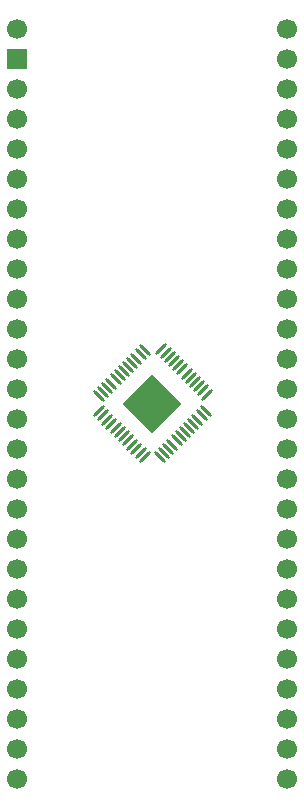
<source format=gts>
G04 #@! TF.GenerationSoftware,KiCad,Pcbnew,9.0.6*
G04 #@! TF.CreationDate,2026-01-08T20:22:18-06:00*
G04 #@! TF.ProjectId,QFN-48_7x7_P0.5,51464e2d-3438-45f3-9778-375f50302e35,rev?*
G04 #@! TF.SameCoordinates,Original*
G04 #@! TF.FileFunction,Soldermask,Top*
G04 #@! TF.FilePolarity,Negative*
%FSLAX46Y46*%
G04 Gerber Fmt 4.6, Leading zero omitted, Abs format (unit mm)*
G04 Created by KiCad (PCBNEW 9.0.6) date 2026-01-08 20:22:18*
%MOMM*%
%LPD*%
G01*
G04 APERTURE LIST*
G04 Aperture macros list*
%AMRoundRect*
0 Rectangle with rounded corners*
0 $1 Rounding radius*
0 $2 $3 $4 $5 $6 $7 $8 $9 X,Y pos of 4 corners*
0 Add a 4 corners polygon primitive as box body*
4,1,4,$2,$3,$4,$5,$6,$7,$8,$9,$2,$3,0*
0 Add four circle primitives for the rounded corners*
1,1,$1+$1,$2,$3*
1,1,$1+$1,$4,$5*
1,1,$1+$1,$6,$7*
1,1,$1+$1,$8,$9*
0 Add four rect primitives between the rounded corners*
20,1,$1+$1,$2,$3,$4,$5,0*
20,1,$1+$1,$4,$5,$6,$7,0*
20,1,$1+$1,$6,$7,$8,$9,0*
20,1,$1+$1,$8,$9,$2,$3,0*%
%AMRotRect*
0 Rectangle, with rotation*
0 The origin of the aperture is its center*
0 $1 length*
0 $2 width*
0 $3 Rotation angle, in degrees counterclockwise*
0 Add horizontal line*
21,1,$1,$2,0,0,$3*%
G04 Aperture macros list end*
%ADD10RoundRect,0.062500X-0.424264X0.335876X0.335876X-0.424264X0.424264X-0.335876X-0.335876X0.424264X0*%
%ADD11RoundRect,0.062500X-0.424264X-0.335876X-0.335876X-0.424264X0.424264X0.335876X0.335876X0.424264X0*%
%ADD12RotRect,3.500000X3.500000X315.000000*%
%ADD13C,1.700000*%
%ADD14R,1.700000X1.700000*%
G04 APERTURE END LIST*
D10*
X137793604Y-116124517D03*
X137440051Y-116478070D03*
X137086496Y-116831624D03*
X136732944Y-117185177D03*
X136379391Y-117538731D03*
X136025837Y-117892284D03*
X135672284Y-118245837D03*
X135318731Y-118599391D03*
X134965177Y-118952944D03*
X134611624Y-119306496D03*
X134258070Y-119660051D03*
X133904517Y-120013604D03*
D11*
X133904517Y-121286396D03*
X134258070Y-121639949D03*
X134611624Y-121993504D03*
X134965177Y-122347056D03*
X135318731Y-122700609D03*
X135672284Y-123054163D03*
X136025837Y-123407716D03*
X136379391Y-123761269D03*
X136732944Y-124114823D03*
X137086496Y-124468376D03*
X137440051Y-124821930D03*
X137793604Y-125175483D03*
D10*
X139066396Y-125175483D03*
X139419949Y-124821930D03*
X139773504Y-124468376D03*
X140127056Y-124114823D03*
X140480609Y-123761269D03*
X140834163Y-123407716D03*
X141187716Y-123054163D03*
X141541269Y-122700609D03*
X141894823Y-122347056D03*
X142248376Y-121993504D03*
X142601930Y-121639949D03*
X142955483Y-121286396D03*
D11*
X143096905Y-119872183D03*
X142743351Y-119518629D03*
X142389797Y-119165075D03*
X142036245Y-118811522D03*
X141682690Y-118457970D03*
X141329138Y-118104416D03*
X140975584Y-117750862D03*
X140622030Y-117397310D03*
X140268478Y-117043755D03*
X139914925Y-116690203D03*
X139561371Y-116336649D03*
X139207817Y-115983095D03*
D12*
X138430000Y-120650000D03*
D13*
X127000000Y-88900000D03*
D14*
X127000000Y-91440000D03*
D13*
X127000000Y-93980000D03*
X127000000Y-96520000D03*
X127000000Y-99060000D03*
X127000000Y-101600000D03*
X127000000Y-104140000D03*
X127000000Y-106680000D03*
X127000000Y-109220000D03*
X127000000Y-111760000D03*
X127000000Y-114300000D03*
X127000000Y-116840000D03*
X127000000Y-119380000D03*
X127000000Y-121920000D03*
X127000000Y-124460000D03*
X127000000Y-127000000D03*
X127000000Y-129540000D03*
X127000000Y-132080000D03*
X127000000Y-134620000D03*
X127000000Y-137160000D03*
X127000000Y-139700000D03*
X127000000Y-142240000D03*
X127000000Y-144780000D03*
X127000000Y-147320000D03*
X127000000Y-149860000D03*
X127000000Y-152400000D03*
X149860000Y-88900000D03*
X149860000Y-91440000D03*
X149860000Y-93980000D03*
X149860000Y-96520000D03*
X149860000Y-99060000D03*
X149860000Y-101600000D03*
X149860000Y-104140000D03*
X149860000Y-106680000D03*
X149860000Y-109220000D03*
X149860000Y-111760000D03*
X149860000Y-114300000D03*
X149860000Y-116840000D03*
X149860000Y-119380000D03*
X149860000Y-121920000D03*
X149860000Y-124460000D03*
X149860000Y-127000000D03*
X149860000Y-129540000D03*
X149860000Y-132080000D03*
X149860000Y-134620000D03*
X149860000Y-137160000D03*
X149860000Y-139700000D03*
X149860000Y-142240000D03*
X149860000Y-144780000D03*
X149860000Y-147320000D03*
X149860000Y-149860000D03*
X149860000Y-152400000D03*
M02*

</source>
